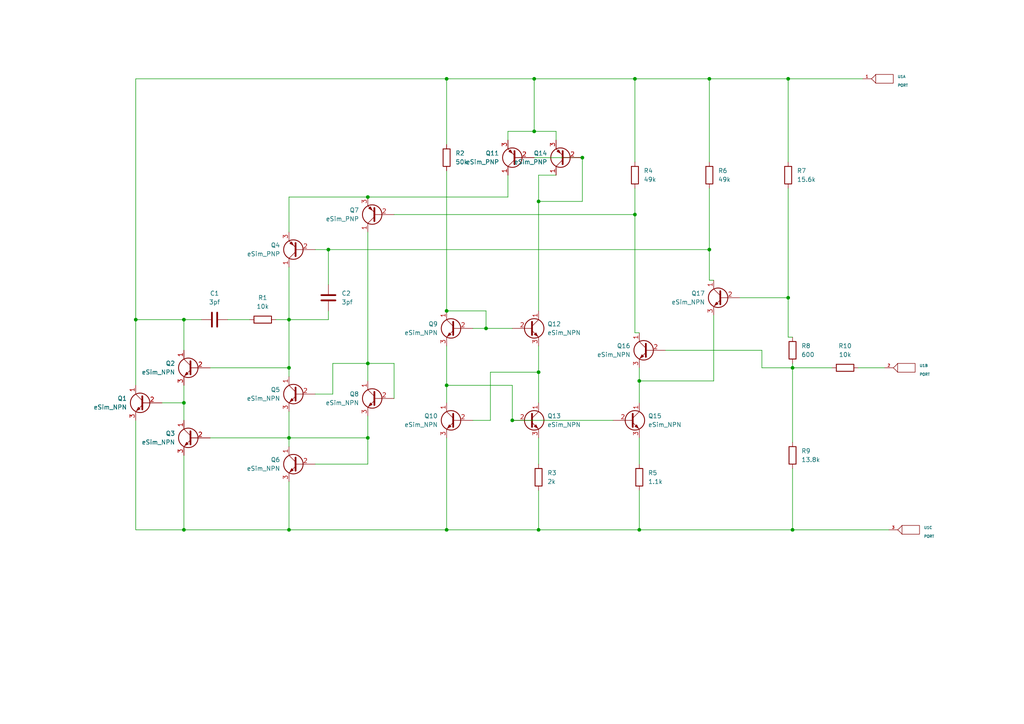
<source format=kicad_sch>
(kicad_sch (version 20211123) (generator eeschema)

  (uuid 1bfda5fa-7494-4305-bd1e-0c238332be69)

  (paper "A4")

  (lib_symbols
    (symbol "eSim_Devices:capacitor" (pin_numbers hide) (pin_names (offset 0.254)) (in_bom yes) (on_board yes)
      (property "Reference" "C" (id 0) (at 0.635 2.54 0)
        (effects (font (size 1.27 1.27)) (justify left))
      )
      (property "Value" "capacitor" (id 1) (at 0.635 -2.54 0)
        (effects (font (size 1.27 1.27)) (justify left))
      )
      (property "Footprint" "" (id 2) (at 0.9652 -3.81 0)
        (effects (font (size 0.762 0.762)))
      )
      (property "Datasheet" "" (id 3) (at 0 0 0)
        (effects (font (size 1.524 1.524)))
      )
      (property "ki_fp_filters" "C_*" (id 4) (at 0 0 0)
        (effects (font (size 1.27 1.27)) hide)
      )
      (symbol "capacitor_0_1"
        (polyline
          (pts
            (xy -2.032 -0.762)
            (xy 2.032 -0.762)
          )
          (stroke (width 0.508) (type default) (color 0 0 0 0))
          (fill (type none))
        )
        (polyline
          (pts
            (xy -2.032 0.762)
            (xy 2.032 0.762)
          )
          (stroke (width 0.508) (type default) (color 0 0 0 0))
          (fill (type none))
        )
      )
      (symbol "capacitor_1_1"
        (pin passive line (at 0 3.81 270) (length 2.794)
          (name "~" (effects (font (size 1.016 1.016))))
          (number "1" (effects (font (size 1.016 1.016))))
        )
        (pin passive line (at 0 -3.81 90) (length 2.794)
          (name "~" (effects (font (size 1.016 1.016))))
          (number "2" (effects (font (size 1.016 1.016))))
        )
      )
    )
    (symbol "eSim_Devices:eSim_NPN" (pin_names (offset 0) hide) (in_bom yes) (on_board yes)
      (property "Reference" "Q" (id 0) (at -2.54 1.27 0)
        (effects (font (size 1.27 1.27)) (justify right))
      )
      (property "Value" "eSim_NPN" (id 1) (at -1.27 3.81 0)
        (effects (font (size 1.27 1.27)) (justify right))
      )
      (property "Footprint" "" (id 2) (at 5.08 2.54 0)
        (effects (font (size 0.7366 0.7366)))
      )
      (property "Datasheet" "" (id 3) (at 0 0 0)
        (effects (font (size 1.524 1.524)))
      )
      (symbol "eSim_NPN_0_1"
        (polyline
          (pts
            (xy 0.635 0.635)
            (xy 2.54 2.54)
          )
          (stroke (width 0) (type default) (color 0 0 0 0))
          (fill (type none))
        )
        (polyline
          (pts
            (xy 0.635 -0.635)
            (xy 2.54 -2.54)
            (xy 2.54 -2.54)
          )
          (stroke (width 0) (type default) (color 0 0 0 0))
          (fill (type none))
        )
        (polyline
          (pts
            (xy 0.635 1.905)
            (xy 0.635 -1.905)
            (xy 0.635 -1.905)
          )
          (stroke (width 0.508) (type default) (color 0 0 0 0))
          (fill (type none))
        )
        (polyline
          (pts
            (xy 1.27 -1.778)
            (xy 1.778 -1.27)
            (xy 2.286 -2.286)
            (xy 1.27 -1.778)
            (xy 1.27 -1.778)
          )
          (stroke (width 0) (type default) (color 0 0 0 0))
          (fill (type outline))
        )
        (circle (center 1.27 0) (radius 2.8194)
          (stroke (width 0.254) (type default) (color 0 0 0 0))
          (fill (type none))
        )
      )
      (symbol "eSim_NPN_1_1"
        (pin passive line (at 2.54 5.08 270) (length 2.54)
          (name "C" (effects (font (size 1.27 1.27))))
          (number "1" (effects (font (size 1.27 1.27))))
        )
        (pin passive line (at -5.08 0 0) (length 5.715)
          (name "B" (effects (font (size 1.27 1.27))))
          (number "2" (effects (font (size 1.27 1.27))))
        )
        (pin passive line (at 2.54 -5.08 90) (length 2.54)
          (name "E" (effects (font (size 1.27 1.27))))
          (number "3" (effects (font (size 1.27 1.27))))
        )
      )
    )
    (symbol "eSim_Devices:eSim_PNP" (pin_names (offset 0) hide) (in_bom yes) (on_board yes)
      (property "Reference" "Q" (id 0) (at -2.54 1.27 0)
        (effects (font (size 1.27 1.27)) (justify right))
      )
      (property "Value" "eSim_PNP" (id 1) (at -1.27 3.81 0)
        (effects (font (size 1.27 1.27)) (justify right))
      )
      (property "Footprint" "" (id 2) (at 5.08 2.54 0)
        (effects (font (size 0.7366 0.7366)))
      )
      (property "Datasheet" "" (id 3) (at 0 0 0)
        (effects (font (size 1.524 1.524)))
      )
      (symbol "eSim_PNP_0_1"
        (polyline
          (pts
            (xy 0.635 0.635)
            (xy 2.54 2.54)
          )
          (stroke (width 0) (type default) (color 0 0 0 0))
          (fill (type none))
        )
        (polyline
          (pts
            (xy 0.635 -0.635)
            (xy 2.54 -2.54)
            (xy 2.54 -2.54)
          )
          (stroke (width 0) (type default) (color 0 0 0 0))
          (fill (type none))
        )
        (polyline
          (pts
            (xy 0.635 1.905)
            (xy 0.635 -1.905)
            (xy 0.635 -1.905)
          )
          (stroke (width 0.508) (type default) (color 0 0 0 0))
          (fill (type none))
        )
        (polyline
          (pts
            (xy 2.286 -1.778)
            (xy 1.778 -2.286)
            (xy 1.27 -1.27)
            (xy 2.286 -1.778)
            (xy 2.286 -1.778)
          )
          (stroke (width 0) (type default) (color 0 0 0 0))
          (fill (type outline))
        )
        (circle (center 1.27 0) (radius 2.8194)
          (stroke (width 0.254) (type default) (color 0 0 0 0))
          (fill (type none))
        )
      )
      (symbol "eSim_PNP_1_1"
        (pin passive line (at 2.54 5.08 270) (length 2.54)
          (name "C" (effects (font (size 1.27 1.27))))
          (number "1" (effects (font (size 1.27 1.27))))
        )
        (pin passive line (at -5.08 0 0) (length 5.715)
          (name "B" (effects (font (size 1.27 1.27))))
          (number "2" (effects (font (size 1.27 1.27))))
        )
        (pin passive line (at 2.54 -5.08 90) (length 2.54)
          (name "E" (effects (font (size 1.27 1.27))))
          (number "3" (effects (font (size 1.27 1.27))))
        )
      )
    )
    (symbol "eSim_Devices:resistor" (pin_numbers hide) (pin_names (offset 0)) (in_bom yes) (on_board yes)
      (property "Reference" "R" (id 0) (at 1.27 3.302 0)
        (effects (font (size 1.27 1.27)))
      )
      (property "Value" "resistor" (id 1) (at 1.27 -1.27 0)
        (effects (font (size 1.27 1.27)))
      )
      (property "Footprint" "" (id 2) (at 1.27 -0.508 0)
        (effects (font (size 0.762 0.762)))
      )
      (property "Datasheet" "" (id 3) (at 1.27 1.27 90)
        (effects (font (size 0.762 0.762)))
      )
      (property "ki_fp_filters" "R_* Resistor_*" (id 4) (at 0 0 0)
        (effects (font (size 1.27 1.27)) hide)
      )
      (symbol "resistor_0_1"
        (rectangle (start 3.81 0.254) (end -1.27 2.286)
          (stroke (width 0.254) (type default) (color 0 0 0 0))
          (fill (type none))
        )
      )
      (symbol "resistor_1_1"
        (pin passive line (at -2.54 1.27 0) (length 1.27)
          (name "~" (effects (font (size 1.524 1.524))))
          (number "1" (effects (font (size 1.524 1.524))))
        )
        (pin passive line (at 5.08 1.27 180) (length 1.27)
          (name "~" (effects (font (size 1.524 1.524))))
          (number "2" (effects (font (size 1.524 1.524))))
        )
      )
    )
    (symbol "eSim_Miscellaneous:PORT" (pin_names (offset 1.016)) (in_bom yes) (on_board yes)
      (property "Reference" "U" (id 0) (at 1.27 2.54 0)
        (effects (font (size 0.762 0.762)))
      )
      (property "Value" "PORT" (id 1) (at 0 0 0)
        (effects (font (size 0.762 0.762)))
      )
      (property "Footprint" "" (id 2) (at 0 0 0)
        (effects (font (size 1.524 1.524)))
      )
      (property "Datasheet" "" (id 3) (at 0 0 0)
        (effects (font (size 1.524 1.524)))
      )
      (symbol "PORT_0_1"
        (rectangle (start -2.54 1.27) (end 2.54 -1.27)
          (stroke (width 0) (type default) (color 0 0 0 0))
          (fill (type none))
        )
        (arc (start 2.54 1.27) (mid 3.1355 0.5955) (end 3.81 0)
          (stroke (width 0) (type default) (color 0 0 0 0))
          (fill (type none))
        )
        (arc (start 3.81 0) (mid 3.1447 -0.6046) (end 2.54 -1.27)
          (stroke (width 0) (type default) (color 0 0 0 0))
          (fill (type none))
        )
      )
      (symbol "PORT_1_1"
        (pin bidirectional line (at 6.35 0 180) (length 2.54)
          (name "~" (effects (font (size 0.762 0.762))))
          (number "1" (effects (font (size 0.762 0.762))))
        )
      )
      (symbol "PORT_2_1"
        (pin bidirectional line (at 6.35 0 180) (length 2.54)
          (name "~" (effects (font (size 0.762 0.762))))
          (number "2" (effects (font (size 0.762 0.762))))
        )
      )
      (symbol "PORT_3_1"
        (pin bidirectional line (at 6.35 0 180) (length 2.54)
          (name "~" (effects (font (size 0.762 0.762))))
          (number "3" (effects (font (size 0.762 0.762))))
        )
      )
      (symbol "PORT_4_1"
        (pin bidirectional line (at 6.35 0 180) (length 2.54)
          (name "~" (effects (font (size 0.762 0.762))))
          (number "4" (effects (font (size 0.762 0.762))))
        )
      )
      (symbol "PORT_5_1"
        (pin bidirectional line (at 6.35 0 180) (length 2.54)
          (name "~" (effects (font (size 0.762 0.762))))
          (number "5" (effects (font (size 0.762 0.762))))
        )
      )
      (symbol "PORT_6_1"
        (pin bidirectional line (at 6.35 0 180) (length 2.54)
          (name "~" (effects (font (size 0.762 0.762))))
          (number "6" (effects (font (size 0.762 0.762))))
        )
      )
      (symbol "PORT_7_1"
        (pin bidirectional line (at 6.35 0 180) (length 2.54)
          (name "~" (effects (font (size 0.762 0.762))))
          (number "7" (effects (font (size 0.762 0.762))))
        )
      )
      (symbol "PORT_8_1"
        (pin bidirectional line (at 6.35 0 180) (length 2.54)
          (name "~" (effects (font (size 0.762 0.762))))
          (number "8" (effects (font (size 0.762 0.762))))
        )
      )
      (symbol "PORT_9_1"
        (pin bidirectional line (at 6.35 0 180) (length 2.54)
          (name "~" (effects (font (size 0.762 0.762))))
          (number "9" (effects (font (size 0.762 0.762))))
        )
      )
      (symbol "PORT_10_1"
        (pin bidirectional line (at 6.35 0 180) (length 2.54)
          (name "~" (effects (font (size 0.762 0.762))))
          (number "10" (effects (font (size 0.762 0.762))))
        )
      )
      (symbol "PORT_11_1"
        (pin bidirectional line (at 6.35 0 180) (length 2.54)
          (name "~" (effects (font (size 0.762 0.762))))
          (number "11" (effects (font (size 0.762 0.762))))
        )
      )
      (symbol "PORT_12_1"
        (pin bidirectional line (at 6.35 0 180) (length 2.54)
          (name "~" (effects (font (size 0.762 0.762))))
          (number "12" (effects (font (size 0.762 0.762))))
        )
      )
      (symbol "PORT_13_1"
        (pin bidirectional line (at 6.35 0 180) (length 2.54)
          (name "~" (effects (font (size 0.762 0.762))))
          (number "13" (effects (font (size 0.762 0.762))))
        )
      )
      (symbol "PORT_14_1"
        (pin bidirectional line (at 6.35 0 180) (length 2.54)
          (name "~" (effects (font (size 0.762 0.762))))
          (number "14" (effects (font (size 0.762 0.762))))
        )
      )
      (symbol "PORT_15_1"
        (pin bidirectional line (at 6.35 0 180) (length 2.54)
          (name "~" (effects (font (size 0.762 0.762))))
          (number "15" (effects (font (size 0.762 0.762))))
        )
      )
      (symbol "PORT_16_1"
        (pin bidirectional line (at 6.35 0 180) (length 2.54)
          (name "~" (effects (font (size 0.762 0.762))))
          (number "16" (effects (font (size 0.762 0.762))))
        )
      )
      (symbol "PORT_17_1"
        (pin bidirectional line (at 6.35 0 180) (length 2.54)
          (name "~" (effects (font (size 0.762 0.762))))
          (number "17" (effects (font (size 0.762 0.762))))
        )
      )
      (symbol "PORT_18_1"
        (pin bidirectional line (at 6.35 0 180) (length 2.54)
          (name "~" (effects (font (size 0.762 0.762))))
          (number "18" (effects (font (size 0.762 0.762))))
        )
      )
      (symbol "PORT_19_1"
        (pin bidirectional line (at 6.35 0 180) (length 2.54)
          (name "~" (effects (font (size 0.762 0.762))))
          (number "19" (effects (font (size 0.762 0.762))))
        )
      )
      (symbol "PORT_20_1"
        (pin bidirectional line (at 6.35 0 180) (length 2.54)
          (name "~" (effects (font (size 0.762 0.762))))
          (number "20" (effects (font (size 0.762 0.762))))
        )
      )
      (symbol "PORT_21_1"
        (pin bidirectional line (at 6.35 0 180) (length 2.54)
          (name "~" (effects (font (size 0.762 0.762))))
          (number "21" (effects (font (size 0.762 0.762))))
        )
      )
      (symbol "PORT_22_1"
        (pin bidirectional line (at 6.35 0 180) (length 2.54)
          (name "~" (effects (font (size 0.762 0.762))))
          (number "22" (effects (font (size 0.762 0.762))))
        )
      )
      (symbol "PORT_23_1"
        (pin bidirectional line (at 6.35 0 180) (length 2.54)
          (name "~" (effects (font (size 0.762 0.762))))
          (number "23" (effects (font (size 0.762 0.762))))
        )
      )
      (symbol "PORT_24_1"
        (pin bidirectional line (at 6.35 0 180) (length 2.54)
          (name "~" (effects (font (size 0.762 0.762))))
          (number "24" (effects (font (size 0.762 0.762))))
        )
      )
      (symbol "PORT_25_1"
        (pin bidirectional line (at 6.35 0 180) (length 2.54)
          (name "~" (effects (font (size 0.762 0.762))))
          (number "25" (effects (font (size 0.762 0.762))))
        )
      )
      (symbol "PORT_26_1"
        (pin bidirectional line (at 6.35 0 180) (length 2.54)
          (name "~" (effects (font (size 0.762 0.762))))
          (number "26" (effects (font (size 0.762 0.762))))
        )
      )
    )
  )

  (junction (at 228.6 86.36) (diameter 0) (color 0 0 0 0)
    (uuid 02f8d293-81ae-4b57-a0e6-25a3815291b2)
  )
  (junction (at 228.6 22.86) (diameter 0) (color 0 0 0 0)
    (uuid 0b7e8b92-61aa-45b5-a65e-10e7e25f6211)
  )
  (junction (at 205.74 22.86) (diameter 0) (color 0 0 0 0)
    (uuid 0fb9ba67-591f-498e-a43e-da134982ccb3)
  )
  (junction (at 205.74 72.39) (diameter 0) (color 0 0 0 0)
    (uuid 1ad11c9b-b7f8-4b26-8282-50a3876ae6cd)
  )
  (junction (at 106.68 105.41) (diameter 0) (color 0 0 0 0)
    (uuid 341081ab-6d4b-41fb-a344-9afceb4134e5)
  )
  (junction (at 148.59 121.92) (diameter 0) (color 0 0 0 0)
    (uuid 3a245d1e-189d-4c88-89f7-1033b3ab76b8)
  )
  (junction (at 83.82 92.71) (diameter 0) (color 0 0 0 0)
    (uuid 3d0207c9-2773-4374-b370-cff453705dac)
  )
  (junction (at 156.21 107.95) (diameter 0) (color 0 0 0 0)
    (uuid 4364574d-6255-474f-88f8-d09e12445959)
  )
  (junction (at 156.21 153.67) (diameter 0) (color 0 0 0 0)
    (uuid 45cd5041-b9b6-4fb2-9346-706c52e6405c)
  )
  (junction (at 156.21 58.42) (diameter 0) (color 0 0 0 0)
    (uuid 5033aee5-fef2-48d3-8738-e75970190fc0)
  )
  (junction (at 185.42 153.67) (diameter 0) (color 0 0 0 0)
    (uuid 54023b40-1e94-4ba1-a636-c4e1dafd50e8)
  )
  (junction (at 129.54 22.86) (diameter 0) (color 0 0 0 0)
    (uuid 60e2acef-1ae8-440c-a0b6-806b74445763)
  )
  (junction (at 168.91 45.72) (diameter 0) (color 0 0 0 0)
    (uuid 653ad63b-c281-4c03-88d1-2ceeae5075bf)
  )
  (junction (at 83.82 127) (diameter 0) (color 0 0 0 0)
    (uuid 669391b2-6406-4fe9-9acc-0e478338e177)
  )
  (junction (at 106.68 127) (diameter 0) (color 0 0 0 0)
    (uuid 7585b829-4e39-4ae8-8240-d93f2c942fb5)
  )
  (junction (at 106.68 57.15) (diameter 0) (color 0 0 0 0)
    (uuid 7c23c845-df0c-48a4-b358-c30f29480ba8)
  )
  (junction (at 83.82 106.68) (diameter 0) (color 0 0 0 0)
    (uuid 7f905668-4878-44fa-a364-c6783e0d038b)
  )
  (junction (at 229.87 153.67) (diameter 0) (color 0 0 0 0)
    (uuid 803c7b2f-2f67-48c9-960a-b730678b147e)
  )
  (junction (at 95.25 72.39) (diameter 0) (color 0 0 0 0)
    (uuid 82d467c3-621d-4c12-bd94-0ba846ff68ae)
  )
  (junction (at 39.37 92.71) (diameter 0) (color 0 0 0 0)
    (uuid 8391bf5f-7fc5-46cf-a466-8b63802434ca)
  )
  (junction (at 129.54 153.67) (diameter 0) (color 0 0 0 0)
    (uuid 879e63c5-f895-4fa5-bcf1-f2df79e781fa)
  )
  (junction (at 229.87 106.68) (diameter 0) (color 0 0 0 0)
    (uuid 8c5f5465-f17d-46dd-9b79-753213fe58fa)
  )
  (junction (at 53.34 153.67) (diameter 0) (color 0 0 0 0)
    (uuid 9be82843-81d7-4fec-8067-91a259c90fd3)
  )
  (junction (at 129.54 111.76) (diameter 0) (color 0 0 0 0)
    (uuid a7827258-59ef-47ff-beaa-d58370e33083)
  )
  (junction (at 154.94 38.1) (diameter 0) (color 0 0 0 0)
    (uuid a8c37997-9fa0-4a25-a08c-9076b6d6492f)
  )
  (junction (at 184.15 62.23) (diameter 0) (color 0 0 0 0)
    (uuid aa1c8cb4-b23a-4286-b90b-6f0ba603f5ba)
  )
  (junction (at 184.15 22.86) (diameter 0) (color 0 0 0 0)
    (uuid aa1e599c-48f3-48d5-aa62-dfcb223311c1)
  )
  (junction (at 140.97 95.25) (diameter 0) (color 0 0 0 0)
    (uuid aecc47d3-3ca6-4e04-a26a-7689dc010c4f)
  )
  (junction (at 154.94 22.86) (diameter 0) (color 0 0 0 0)
    (uuid b33a2f47-3477-4465-9e04-cef18f69d823)
  )
  (junction (at 129.54 90.17) (diameter 0) (color 0 0 0 0)
    (uuid bf4cc62a-a73c-4a03-aeed-531c7665af4e)
  )
  (junction (at 185.42 110.49) (diameter 0) (color 0 0 0 0)
    (uuid d065d745-c8da-4fe5-880b-ceb2144ccfa7)
  )
  (junction (at 53.34 92.71) (diameter 0) (color 0 0 0 0)
    (uuid e2134016-0165-4b95-a6e5-0f2da5ab379f)
  )
  (junction (at 83.82 153.67) (diameter 0) (color 0 0 0 0)
    (uuid e3aee4c0-29db-4781-8aae-50e9f7085fc6)
  )
  (junction (at 53.34 116.84) (diameter 0) (color 0 0 0 0)
    (uuid e61f98df-b0d9-48d4-a591-29fa211b0978)
  )

  (wire (pts (xy 205.74 54.61) (xy 205.74 72.39))
    (stroke (width 0) (type default) (color 0 0 0 0))
    (uuid 000665a0-ca3c-4c41-995e-18d0d16fc795)
  )
  (wire (pts (xy 83.82 153.67) (xy 129.54 153.67))
    (stroke (width 0) (type default) (color 0 0 0 0))
    (uuid 0508d7fc-1021-4200-bf6e-622af3bcb9b1)
  )
  (wire (pts (xy 205.74 22.86) (xy 228.6 22.86))
    (stroke (width 0) (type default) (color 0 0 0 0))
    (uuid 0b568f35-af1f-4022-9b0d-cef768d309c7)
  )
  (wire (pts (xy 147.32 38.1) (xy 154.94 38.1))
    (stroke (width 0) (type default) (color 0 0 0 0))
    (uuid 0d8a768c-77c6-4fb6-9867-b485b2e3829e)
  )
  (wire (pts (xy 39.37 22.86) (xy 129.54 22.86))
    (stroke (width 0) (type default) (color 0 0 0 0))
    (uuid 0e2ab730-f96a-442c-bb53-bba958eba744)
  )
  (wire (pts (xy 229.87 153.67) (xy 257.81 153.67))
    (stroke (width 0) (type default) (color 0 0 0 0))
    (uuid 1064994c-7ccf-4928-859f-17edbcd6b8bc)
  )
  (wire (pts (xy 60.96 106.68) (xy 83.82 106.68))
    (stroke (width 0) (type default) (color 0 0 0 0))
    (uuid 10f37adf-3f18-4a12-83d0-b60b85ddd134)
  )
  (wire (pts (xy 220.98 101.6) (xy 220.98 106.68))
    (stroke (width 0) (type default) (color 0 0 0 0))
    (uuid 1378d6f7-990d-4d56-a576-cbf0f9bf4150)
  )
  (wire (pts (xy 229.87 106.68) (xy 229.87 128.27))
    (stroke (width 0) (type default) (color 0 0 0 0))
    (uuid 137bc422-a789-49ac-ae89-8346452b2883)
  )
  (wire (pts (xy 137.16 95.25) (xy 140.97 95.25))
    (stroke (width 0) (type default) (color 0 0 0 0))
    (uuid 151666f7-350a-4b24-ba07-17f0ebeabcef)
  )
  (wire (pts (xy 184.15 22.86) (xy 184.15 46.99))
    (stroke (width 0) (type default) (color 0 0 0 0))
    (uuid 157878f7-69c7-4746-8c56-35c9d2bf04ec)
  )
  (wire (pts (xy 185.42 153.67) (xy 229.87 153.67))
    (stroke (width 0) (type default) (color 0 0 0 0))
    (uuid 1ec5176f-4f3e-4a36-bc9a-fe8dacd9aa21)
  )
  (wire (pts (xy 185.42 142.24) (xy 185.42 153.67))
    (stroke (width 0) (type default) (color 0 0 0 0))
    (uuid 1f061752-3bb8-4d8f-9223-3c92a85311b7)
  )
  (wire (pts (xy 46.99 116.84) (xy 53.34 116.84))
    (stroke (width 0) (type default) (color 0 0 0 0))
    (uuid 2125feed-8083-4302-9c61-107c9a770551)
  )
  (wire (pts (xy 114.3 62.23) (xy 184.15 62.23))
    (stroke (width 0) (type default) (color 0 0 0 0))
    (uuid 226ebb84-1867-4145-9c5f-4c029b909b45)
  )
  (wire (pts (xy 228.6 22.86) (xy 228.6 46.99))
    (stroke (width 0) (type default) (color 0 0 0 0))
    (uuid 263270d8-67cc-43dc-bdb6-944351e406ad)
  )
  (wire (pts (xy 161.29 38.1) (xy 161.29 40.64))
    (stroke (width 0) (type default) (color 0 0 0 0))
    (uuid 272cee94-9250-47cd-8de5-542e58531399)
  )
  (wire (pts (xy 214.63 86.36) (xy 228.6 86.36))
    (stroke (width 0) (type default) (color 0 0 0 0))
    (uuid 2971dc8f-cf79-4848-b274-d4206451d00d)
  )
  (wire (pts (xy 53.34 116.84) (xy 53.34 121.92))
    (stroke (width 0) (type default) (color 0 0 0 0))
    (uuid 2df31cea-2cda-4a96-89c1-54cc37ff4f80)
  )
  (wire (pts (xy 129.54 111.76) (xy 129.54 116.84))
    (stroke (width 0) (type default) (color 0 0 0 0))
    (uuid 2e1841ce-38d6-4f54-9eed-1e2e7232947d)
  )
  (wire (pts (xy 80.01 92.71) (xy 83.82 92.71))
    (stroke (width 0) (type default) (color 0 0 0 0))
    (uuid 2f419926-f434-4597-b82f-c8dfc98ff136)
  )
  (wire (pts (xy 95.25 72.39) (xy 205.74 72.39))
    (stroke (width 0) (type default) (color 0 0 0 0))
    (uuid 2f67aeda-4c58-430d-bd4d-0f03ff3a0976)
  )
  (wire (pts (xy 129.54 22.86) (xy 129.54 41.91))
    (stroke (width 0) (type default) (color 0 0 0 0))
    (uuid 318cb884-b2e4-4fd9-950c-3016f0901ef4)
  )
  (wire (pts (xy 156.21 100.33) (xy 156.21 107.95))
    (stroke (width 0) (type default) (color 0 0 0 0))
    (uuid 31c71f40-b8a9-40a3-bae9-89e367d42def)
  )
  (wire (pts (xy 129.54 22.86) (xy 154.94 22.86))
    (stroke (width 0) (type default) (color 0 0 0 0))
    (uuid 357c5865-2996-46fb-a3b5-98c52966c85c)
  )
  (wire (pts (xy 228.6 22.86) (xy 250.19 22.86))
    (stroke (width 0) (type default) (color 0 0 0 0))
    (uuid 35d964fd-07ce-4d9b-ad2d-8eb1d89f722f)
  )
  (wire (pts (xy 95.25 72.39) (xy 95.25 82.55))
    (stroke (width 0) (type default) (color 0 0 0 0))
    (uuid 3643fd0b-b5c0-4530-b92d-305ecbb1a4e8)
  )
  (wire (pts (xy 185.42 110.49) (xy 185.42 116.84))
    (stroke (width 0) (type default) (color 0 0 0 0))
    (uuid 36f0332b-6679-4b80-b0f4-826bc87f20be)
  )
  (wire (pts (xy 96.52 114.3) (xy 96.52 105.41))
    (stroke (width 0) (type default) (color 0 0 0 0))
    (uuid 47d7e070-4f50-4e44-ac3f-a56810a4fae4)
  )
  (wire (pts (xy 147.32 57.15) (xy 147.32 50.8))
    (stroke (width 0) (type default) (color 0 0 0 0))
    (uuid 49c6b89c-fea9-4618-bae5-a9a72e35e525)
  )
  (wire (pts (xy 148.59 111.76) (xy 129.54 111.76))
    (stroke (width 0) (type default) (color 0 0 0 0))
    (uuid 513f0b6b-0015-4503-b4b6-f56636b0e01b)
  )
  (wire (pts (xy 83.82 92.71) (xy 83.82 106.68))
    (stroke (width 0) (type default) (color 0 0 0 0))
    (uuid 51c7bcd4-953c-45b3-add1-12c1c286b804)
  )
  (wire (pts (xy 142.24 121.92) (xy 142.24 107.95))
    (stroke (width 0) (type default) (color 0 0 0 0))
    (uuid 51c8d899-61fa-41e1-b0cd-65ed3d28c2b9)
  )
  (wire (pts (xy 83.82 92.71) (xy 95.25 92.71))
    (stroke (width 0) (type default) (color 0 0 0 0))
    (uuid 553449b8-410c-48c3-8b6a-c4e741f15501)
  )
  (wire (pts (xy 140.97 90.17) (xy 140.97 95.25))
    (stroke (width 0) (type default) (color 0 0 0 0))
    (uuid 55bc76d4-10df-409e-912b-1563c6d776fb)
  )
  (wire (pts (xy 140.97 95.25) (xy 148.59 95.25))
    (stroke (width 0) (type default) (color 0 0 0 0))
    (uuid 585bea58-2047-45ac-beaf-f2cd7ada231d)
  )
  (wire (pts (xy 83.82 67.31) (xy 83.82 57.15))
    (stroke (width 0) (type default) (color 0 0 0 0))
    (uuid 5c2311f3-e17d-4714-84e7-2cb65fc58a71)
  )
  (wire (pts (xy 129.54 100.33) (xy 129.54 111.76))
    (stroke (width 0) (type default) (color 0 0 0 0))
    (uuid 5d84fe18-6e3f-4a86-99ad-58fdd64e5b99)
  )
  (wire (pts (xy 83.82 57.15) (xy 106.68 57.15))
    (stroke (width 0) (type default) (color 0 0 0 0))
    (uuid 5e42aaaf-e10f-4eff-b26d-d7587801b99f)
  )
  (wire (pts (xy 83.82 77.47) (xy 83.82 92.71))
    (stroke (width 0) (type default) (color 0 0 0 0))
    (uuid 6000e3a6-6d79-4210-a6a6-bfe1ee22f56b)
  )
  (wire (pts (xy 39.37 121.92) (xy 39.37 153.67))
    (stroke (width 0) (type default) (color 0 0 0 0))
    (uuid 60dd4662-835a-436e-8d74-f52b18c92d16)
  )
  (wire (pts (xy 53.34 153.67) (xy 83.82 153.67))
    (stroke (width 0) (type default) (color 0 0 0 0))
    (uuid 6e1b18d6-e808-4d5d-9f2a-4cd05642bf33)
  )
  (wire (pts (xy 156.21 107.95) (xy 156.21 116.84))
    (stroke (width 0) (type default) (color 0 0 0 0))
    (uuid 7201c8f8-8802-4bf7-83e7-3b2c45fa3f63)
  )
  (wire (pts (xy 154.94 22.86) (xy 184.15 22.86))
    (stroke (width 0) (type default) (color 0 0 0 0))
    (uuid 76a49516-2777-4dac-a76b-34fad1811f18)
  )
  (wire (pts (xy 168.91 58.42) (xy 156.21 58.42))
    (stroke (width 0) (type default) (color 0 0 0 0))
    (uuid 7fea59d2-7b53-421a-9d58-45981378e2df)
  )
  (wire (pts (xy 129.54 153.67) (xy 156.21 153.67))
    (stroke (width 0) (type default) (color 0 0 0 0))
    (uuid 80d07299-fb37-40c5-82d0-823807eec705)
  )
  (wire (pts (xy 83.82 127) (xy 83.82 129.54))
    (stroke (width 0) (type default) (color 0 0 0 0))
    (uuid 811b65d0-60a4-48ce-8abe-d04c27eae351)
  )
  (wire (pts (xy 228.6 54.61) (xy 228.6 86.36))
    (stroke (width 0) (type default) (color 0 0 0 0))
    (uuid 8348d783-ed0e-41ff-9861-eb99dbc94f81)
  )
  (wire (pts (xy 156.21 90.17) (xy 156.21 58.42))
    (stroke (width 0) (type default) (color 0 0 0 0))
    (uuid 836dffc4-c620-474f-bdeb-fa9ad7d64549)
  )
  (wire (pts (xy 39.37 92.71) (xy 39.37 111.76))
    (stroke (width 0) (type default) (color 0 0 0 0))
    (uuid 8447d3c3-8f8b-4d76-9c13-0ccbcc5cf95c)
  )
  (wire (pts (xy 142.24 107.95) (xy 156.21 107.95))
    (stroke (width 0) (type default) (color 0 0 0 0))
    (uuid 89741fef-7945-4fd6-a07c-32ee66f7f8fc)
  )
  (wire (pts (xy 53.34 111.76) (xy 53.34 116.84))
    (stroke (width 0) (type default) (color 0 0 0 0))
    (uuid 898a054e-1b9f-48d0-8d63-f0ce7f193c90)
  )
  (wire (pts (xy 106.68 57.15) (xy 147.32 57.15))
    (stroke (width 0) (type default) (color 0 0 0 0))
    (uuid 8ab8c446-9b75-4a3d-a190-3c13668c4301)
  )
  (wire (pts (xy 66.04 92.71) (xy 72.39 92.71))
    (stroke (width 0) (type default) (color 0 0 0 0))
    (uuid 8b0318a2-f371-4cd4-8212-8da742e82a7d)
  )
  (wire (pts (xy 83.82 127) (xy 106.68 127))
    (stroke (width 0) (type default) (color 0 0 0 0))
    (uuid 8c28cb8d-7a90-498f-a13f-41c3966dd92f)
  )
  (wire (pts (xy 83.82 106.68) (xy 83.82 109.22))
    (stroke (width 0) (type default) (color 0 0 0 0))
    (uuid 8d065efc-fd98-400b-85d7-9c5332d42d0b)
  )
  (wire (pts (xy 83.82 139.7) (xy 83.82 153.67))
    (stroke (width 0) (type default) (color 0 0 0 0))
    (uuid 8ea770f8-88c6-423d-a90c-860d3a061946)
  )
  (wire (pts (xy 53.34 92.71) (xy 39.37 92.71))
    (stroke (width 0) (type default) (color 0 0 0 0))
    (uuid 91c42236-3e21-4e0c-b672-50649763e55d)
  )
  (wire (pts (xy 39.37 92.71) (xy 39.37 22.86))
    (stroke (width 0) (type default) (color 0 0 0 0))
    (uuid 91ccdc99-3151-438d-b859-3e8b96b9f52d)
  )
  (wire (pts (xy 156.21 50.8) (xy 161.29 50.8))
    (stroke (width 0) (type default) (color 0 0 0 0))
    (uuid 93d6a105-2bb3-4030-acef-d20414af5029)
  )
  (wire (pts (xy 156.21 153.67) (xy 185.42 153.67))
    (stroke (width 0) (type default) (color 0 0 0 0))
    (uuid 95d23e90-185a-48f9-ad28-59255b603d9d)
  )
  (wire (pts (xy 168.91 45.72) (xy 168.91 58.42))
    (stroke (width 0) (type default) (color 0 0 0 0))
    (uuid 98124623-cf46-431c-be08-a1cad04961ef)
  )
  (wire (pts (xy 228.6 97.79) (xy 229.87 97.79))
    (stroke (width 0) (type default) (color 0 0 0 0))
    (uuid 988bb07f-58d0-4e74-8e83-f25725aef1c4)
  )
  (wire (pts (xy 129.54 90.17) (xy 140.97 90.17))
    (stroke (width 0) (type default) (color 0 0 0 0))
    (uuid 9942336f-225d-4327-affd-7654eab2abaa)
  )
  (wire (pts (xy 229.87 106.68) (xy 241.3 106.68))
    (stroke (width 0) (type default) (color 0 0 0 0))
    (uuid 9bb3f453-af00-4d6d-b940-42b948f5db77)
  )
  (wire (pts (xy 106.68 67.31) (xy 106.68 105.41))
    (stroke (width 0) (type default) (color 0 0 0 0))
    (uuid ac6dac67-e26b-4e2d-8a59-9b42cd018bd3)
  )
  (wire (pts (xy 147.32 40.64) (xy 147.32 38.1))
    (stroke (width 0) (type default) (color 0 0 0 0))
    (uuid acfdf96a-ea02-44ad-8da5-5b16c295b89a)
  )
  (wire (pts (xy 184.15 96.52) (xy 185.42 96.52))
    (stroke (width 0) (type default) (color 0 0 0 0))
    (uuid b390fa6c-8f24-41b0-bcc9-6f242259641d)
  )
  (wire (pts (xy 137.16 121.92) (xy 142.24 121.92))
    (stroke (width 0) (type default) (color 0 0 0 0))
    (uuid b4003694-768e-4889-beaf-1c3699c6300c)
  )
  (wire (pts (xy 184.15 54.61) (xy 184.15 62.23))
    (stroke (width 0) (type default) (color 0 0 0 0))
    (uuid b5414037-f982-4f73-8337-86b52d95cfbb)
  )
  (wire (pts (xy 91.44 134.62) (xy 106.68 134.62))
    (stroke (width 0) (type default) (color 0 0 0 0))
    (uuid b6030cb6-9e07-4939-92b4-6c37d5f064f3)
  )
  (wire (pts (xy 185.42 127) (xy 185.42 134.62))
    (stroke (width 0) (type default) (color 0 0 0 0))
    (uuid bb159a92-fede-49e9-8f6c-451df6ffcdec)
  )
  (wire (pts (xy 248.92 106.68) (xy 256.54 106.68))
    (stroke (width 0) (type default) (color 0 0 0 0))
    (uuid bd91c753-a0cf-4363-8f3c-1aa3f88482f4)
  )
  (wire (pts (xy 106.68 105.41) (xy 106.68 110.49))
    (stroke (width 0) (type default) (color 0 0 0 0))
    (uuid c252f1f1-6b72-48a4-a5db-874f39a2f242)
  )
  (wire (pts (xy 154.94 38.1) (xy 161.29 38.1))
    (stroke (width 0) (type default) (color 0 0 0 0))
    (uuid c25ccca1-0e78-456e-b993-78ed42c1047c)
  )
  (wire (pts (xy 229.87 135.89) (xy 229.87 153.67))
    (stroke (width 0) (type default) (color 0 0 0 0))
    (uuid ccd99a3f-6829-411b-8388-7f932c882521)
  )
  (wire (pts (xy 53.34 132.08) (xy 53.34 153.67))
    (stroke (width 0) (type default) (color 0 0 0 0))
    (uuid cd571e13-f95a-4bbf-8727-a6fda7973a03)
  )
  (wire (pts (xy 39.37 153.67) (xy 53.34 153.67))
    (stroke (width 0) (type default) (color 0 0 0 0))
    (uuid ce88a883-aaa2-4482-a1c6-10381e2cb3ff)
  )
  (wire (pts (xy 154.94 45.72) (xy 168.91 45.72))
    (stroke (width 0) (type default) (color 0 0 0 0))
    (uuid cf9f7151-2778-4d9e-bc34-4e75d9239de6)
  )
  (wire (pts (xy 207.01 110.49) (xy 185.42 110.49))
    (stroke (width 0) (type default) (color 0 0 0 0))
    (uuid d00cc830-b6fa-469c-8f42-4db832cf22f8)
  )
  (wire (pts (xy 156.21 127) (xy 156.21 134.62))
    (stroke (width 0) (type default) (color 0 0 0 0))
    (uuid d1189041-ebb0-48ba-8995-5c8b6d13ad68)
  )
  (wire (pts (xy 95.25 92.71) (xy 95.25 90.17))
    (stroke (width 0) (type default) (color 0 0 0 0))
    (uuid d26ed603-ccce-4844-a347-4e8842869cbd)
  )
  (wire (pts (xy 83.82 119.38) (xy 83.82 127))
    (stroke (width 0) (type default) (color 0 0 0 0))
    (uuid d652f092-cda8-404e-8f20-f51b9e229f7c)
  )
  (wire (pts (xy 205.74 22.86) (xy 205.74 46.99))
    (stroke (width 0) (type default) (color 0 0 0 0))
    (uuid d81519b5-9983-4a7f-aafe-71ab72c78b3a)
  )
  (wire (pts (xy 148.59 121.92) (xy 177.8 121.92))
    (stroke (width 0) (type default) (color 0 0 0 0))
    (uuid d842ad76-4520-492b-8571-85013b968952)
  )
  (wire (pts (xy 207.01 91.44) (xy 207.01 110.49))
    (stroke (width 0) (type default) (color 0 0 0 0))
    (uuid d92b031b-2a7b-459f-9a0a-beb281d5454b)
  )
  (wire (pts (xy 228.6 86.36) (xy 228.6 97.79))
    (stroke (width 0) (type default) (color 0 0 0 0))
    (uuid db8e44eb-8b9c-4679-ae2f-36b7955485bf)
  )
  (wire (pts (xy 156.21 58.42) (xy 156.21 50.8))
    (stroke (width 0) (type default) (color 0 0 0 0))
    (uuid dba38a7d-d442-4833-9969-ca84ce40bb05)
  )
  (wire (pts (xy 106.68 105.41) (xy 114.3 105.41))
    (stroke (width 0) (type default) (color 0 0 0 0))
    (uuid dec8cd1f-116f-49a1-94ff-2ea12531da75)
  )
  (wire (pts (xy 60.96 127) (xy 83.82 127))
    (stroke (width 0) (type default) (color 0 0 0 0))
    (uuid df17dac5-fe04-438e-8400-c63d079a82ff)
  )
  (wire (pts (xy 156.21 142.24) (xy 156.21 153.67))
    (stroke (width 0) (type default) (color 0 0 0 0))
    (uuid df42bb8b-051c-4b81-8be7-1783d56dc8a1)
  )
  (wire (pts (xy 129.54 127) (xy 129.54 153.67))
    (stroke (width 0) (type default) (color 0 0 0 0))
    (uuid dfad101e-c587-42f2-b7b2-75ddd7c86c11)
  )
  (wire (pts (xy 106.68 134.62) (xy 106.68 127))
    (stroke (width 0) (type default) (color 0 0 0 0))
    (uuid e0621b1c-dc45-416f-8e18-93940d64e74b)
  )
  (wire (pts (xy 193.04 101.6) (xy 220.98 101.6))
    (stroke (width 0) (type default) (color 0 0 0 0))
    (uuid e07df827-3805-4151-9ce2-d239a95101f2)
  )
  (wire (pts (xy 91.44 72.39) (xy 95.25 72.39))
    (stroke (width 0) (type default) (color 0 0 0 0))
    (uuid e0ff382a-2ed1-467b-9cd0-c341b1428c5a)
  )
  (wire (pts (xy 148.59 121.92) (xy 148.59 111.76))
    (stroke (width 0) (type default) (color 0 0 0 0))
    (uuid e20d3dcc-ebe2-4e91-9ada-5f9501e1ed75)
  )
  (wire (pts (xy 229.87 105.41) (xy 229.87 106.68))
    (stroke (width 0) (type default) (color 0 0 0 0))
    (uuid e25273b5-e0c1-46ce-b4bd-7d9da0c0a70e)
  )
  (wire (pts (xy 185.42 106.68) (xy 185.42 110.49))
    (stroke (width 0) (type default) (color 0 0 0 0))
    (uuid e48ee028-f464-468e-9291-28e9f245834b)
  )
  (wire (pts (xy 205.74 81.28) (xy 207.01 81.28))
    (stroke (width 0) (type default) (color 0 0 0 0))
    (uuid e9d568af-560d-4dfb-b5b6-8f235fd9f9cc)
  )
  (wire (pts (xy 184.15 22.86) (xy 205.74 22.86))
    (stroke (width 0) (type default) (color 0 0 0 0))
    (uuid eb4bace6-a19c-4e07-8cbd-0d8e4bdc117d)
  )
  (wire (pts (xy 53.34 92.71) (xy 53.34 101.6))
    (stroke (width 0) (type default) (color 0 0 0 0))
    (uuid ebc59bc3-47ea-4e7b-a3b2-5a3f11c9f5b4)
  )
  (wire (pts (xy 114.3 105.41) (xy 114.3 115.57))
    (stroke (width 0) (type default) (color 0 0 0 0))
    (uuid ec4a6dc8-e992-47c4-87c0-c18c19367cb5)
  )
  (wire (pts (xy 106.68 127) (xy 106.68 120.65))
    (stroke (width 0) (type default) (color 0 0 0 0))
    (uuid eddf961c-fd47-4848-b274-2dfc6eaf3703)
  )
  (wire (pts (xy 220.98 106.68) (xy 229.87 106.68))
    (stroke (width 0) (type default) (color 0 0 0 0))
    (uuid f1aa88d7-6007-43c9-818e-82a12466a594)
  )
  (wire (pts (xy 205.74 72.39) (xy 205.74 81.28))
    (stroke (width 0) (type default) (color 0 0 0 0))
    (uuid f457b8cd-de05-459a-bce8-128de676d35f)
  )
  (wire (pts (xy 129.54 49.53) (xy 129.54 90.17))
    (stroke (width 0) (type default) (color 0 0 0 0))
    (uuid f4c83e12-e3ef-4b54-9284-112518fc95e1)
  )
  (wire (pts (xy 154.94 22.86) (xy 154.94 38.1))
    (stroke (width 0) (type default) (color 0 0 0 0))
    (uuid f9969a7b-f994-41c9-978b-c0c610815dc4)
  )
  (wire (pts (xy 53.34 92.71) (xy 58.42 92.71))
    (stroke (width 0) (type default) (color 0 0 0 0))
    (uuid fa6dcbad-1bfc-4f58-a7fe-63ed90d5faf8)
  )
  (wire (pts (xy 184.15 62.23) (xy 184.15 96.52))
    (stroke (width 0) (type default) (color 0 0 0 0))
    (uuid fabed49d-6a85-4d58-ae54-2e2a28bcc7d8)
  )
  (wire (pts (xy 91.44 114.3) (xy 96.52 114.3))
    (stroke (width 0) (type default) (color 0 0 0 0))
    (uuid fb809711-9e9b-4e8a-b610-c2acb77e67d5)
  )
  (wire (pts (xy 96.52 105.41) (xy 106.68 105.41))
    (stroke (width 0) (type default) (color 0 0 0 0))
    (uuid fd9acb9c-9f33-4dad-ad44-9440f4049c5d)
  )

  (symbol (lib_id "eSim_Devices:resistor") (at 185.42 52.07 90) (unit 1)
    (in_bom yes) (on_board yes) (fields_autoplaced)
    (uuid 00918b14-ee76-4d8d-b0bb-1b11d7b38523)
    (property "Reference" "R4" (id 0) (at 186.69 49.5299 90)
      (effects (font (size 1.27 1.27)) (justify right))
    )
    (property "Value" "49k" (id 1) (at 186.69 52.0699 90)
      (effects (font (size 1.27 1.27)) (justify right))
    )
    (property "Footprint" "" (id 2) (at 185.928 50.8 0)
      (effects (font (size 0.762 0.762)))
    )
    (property "Datasheet" "" (id 3) (at 184.15 50.8 90)
      (effects (font (size 0.762 0.762)))
    )
    (property "Spice_Primitive" "R" (id 4) (at 185.42 52.07 0)
      (effects (font (size 1.27 1.27)) hide)
    )
    (property "Spice_Model" "49k" (id 5) (at 185.42 52.07 0)
      (effects (font (size 1.27 1.27)) hide)
    )
    (property "Spice_Netlist_Enabled" "Y" (id 6) (at 185.42 52.07 0)
      (effects (font (size 1.27 1.27)) hide)
    )
    (pin "1" (uuid 69b6f448-6133-4522-b861-889cdc78914e))
    (pin "2" (uuid 5a93021b-c48e-4b59-a630-134aa74a382c))
  )

  (symbol (lib_id "eSim_Devices:resistor") (at 231.14 102.87 90) (unit 1)
    (in_bom yes) (on_board yes) (fields_autoplaced)
    (uuid 0b761ab0-d194-4097-8160-f74979cc60b9)
    (property "Reference" "R8" (id 0) (at 232.41 100.3299 90)
      (effects (font (size 1.27 1.27)) (justify right))
    )
    (property "Value" "600" (id 1) (at 232.41 102.8699 90)
      (effects (font (size 1.27 1.27)) (justify right))
    )
    (property "Footprint" "" (id 2) (at 231.648 101.6 0)
      (effects (font (size 0.762 0.762)))
    )
    (property "Datasheet" "" (id 3) (at 229.87 101.6 90)
      (effects (font (size 0.762 0.762)))
    )
    (property "Spice_Primitive" "R" (id 4) (at 231.14 102.87 0)
      (effects (font (size 1.27 1.27)) hide)
    )
    (property "Spice_Model" "600" (id 5) (at 231.14 102.87 0)
      (effects (font (size 1.27 1.27)) hide)
    )
    (property "Spice_Netlist_Enabled" "Y" (id 6) (at 231.14 102.87 0)
      (effects (font (size 1.27 1.27)) hide)
    )
    (pin "1" (uuid 2c47d7f6-b2dc-488e-a393-b7c46d80399b))
    (pin "2" (uuid 64591fc5-1a60-4060-a5e0-f38bb67ae477))
  )

  (symbol (lib_id "eSim_Devices:eSim_PNP") (at 109.22 62.23 180) (unit 1)
    (in_bom yes) (on_board yes) (fields_autoplaced)
    (uuid 0bc5f305-0449-46c0-b14e-c2394a2f697f)
    (property "Reference" "Q7" (id 0) (at 104.14 60.9599 0)
      (effects (font (size 1.27 1.27)) (justify left))
    )
    (property "Value" "eSim_PNP" (id 1) (at 104.14 63.4999 0)
      (effects (font (size 1.27 1.27)) (justify left))
    )
    (property "Footprint" "" (id 2) (at 104.14 64.77 0)
      (effects (font (size 0.7366 0.7366)))
    )
    (property "Datasheet" "" (id 3) (at 109.22 62.23 0)
      (effects (font (size 1.524 1.524)))
    )
    (pin "1" (uuid 35a10dc5-7615-4abc-9184-4dee833f5ac6))
    (pin "2" (uuid f8b5603b-1b8d-4d4d-a353-c2a66a3e6a7a))
    (pin "3" (uuid 77092bc5-b89b-4c97-8029-624bacaf4863))
  )

  (symbol (lib_id "eSim_Devices:eSim_NPN") (at 132.08 95.25 0) (mirror y) (unit 1)
    (in_bom yes) (on_board yes) (fields_autoplaced)
    (uuid 0e2e3094-c964-42a3-bf4d-767aad2ac31c)
    (property "Reference" "Q9" (id 0) (at 127 93.9799 0)
      (effects (font (size 1.27 1.27)) (justify left))
    )
    (property "Value" "eSim_NPN" (id 1) (at 127 96.5199 0)
      (effects (font (size 1.27 1.27)) (justify left))
    )
    (property "Footprint" "" (id 2) (at 127 92.71 0)
      (effects (font (size 0.7366 0.7366)))
    )
    (property "Datasheet" "" (id 3) (at 132.08 95.25 0)
      (effects (font (size 1.524 1.524)))
    )
    (pin "1" (uuid 5426af64-24f3-4ed5-b7fd-07b7a87c4472))
    (pin "2" (uuid 3160eff7-d962-4cec-a9c1-bb4566499de3))
    (pin "3" (uuid 7335c21a-a30c-45ee-aa98-84ad30b7c043))
  )

  (symbol (lib_id "eSim_Devices:resistor") (at 186.69 139.7 90) (unit 1)
    (in_bom yes) (on_board yes) (fields_autoplaced)
    (uuid 1622da3a-bd16-40bb-a852-ee03d38a7248)
    (property "Reference" "R5" (id 0) (at 187.96 137.1599 90)
      (effects (font (size 1.27 1.27)) (justify right))
    )
    (property "Value" "1.1k" (id 1) (at 187.96 139.6999 90)
      (effects (font (size 1.27 1.27)) (justify right))
    )
    (property "Footprint" "" (id 2) (at 187.198 138.43 0)
      (effects (font (size 0.762 0.762)))
    )
    (property "Datasheet" "" (id 3) (at 185.42 138.43 90)
      (effects (font (size 0.762 0.762)))
    )
    (property "Spice_Primitive" "R" (id 4) (at 186.69 139.7 0)
      (effects (font (size 1.27 1.27)) hide)
    )
    (property "Spice_Model" "1.1k" (id 5) (at 186.69 139.7 0)
      (effects (font (size 1.27 1.27)) hide)
    )
    (property "Spice_Netlist_Enabled" "Y" (id 6) (at 186.69 139.7 0)
      (effects (font (size 1.27 1.27)) hide)
    )
    (pin "1" (uuid 2d294b2e-2cdc-40cb-8152-a49992cea557))
    (pin "2" (uuid 742fa2b2-24da-473a-aa55-bbf6b95e87a9))
  )

  (symbol (lib_id "eSim_Devices:eSim_NPN") (at 182.88 121.92 0) (unit 1)
    (in_bom yes) (on_board yes) (fields_autoplaced)
    (uuid 26d5a1d8-a207-415c-9af4-e2c7ec84ac2d)
    (property "Reference" "Q15" (id 0) (at 187.96 120.6499 0)
      (effects (font (size 1.27 1.27)) (justify left))
    )
    (property "Value" "eSim_NPN" (id 1) (at 187.96 123.1899 0)
      (effects (font (size 1.27 1.27)) (justify left))
    )
    (property "Footprint" "" (id 2) (at 187.96 119.38 0)
      (effects (font (size 0.7366 0.7366)))
    )
    (property "Datasheet" "" (id 3) (at 182.88 121.92 0)
      (effects (font (size 1.524 1.524)))
    )
    (pin "1" (uuid 9c8a8c72-a953-49bd-9094-def4605c2293))
    (pin "2" (uuid 6565dff8-2a61-4eda-a051-ee021f6c114a))
    (pin "3" (uuid 6ac0b60c-0128-4655-acb9-13e86c6a0c0a))
  )

  (symbol (lib_id "eSim_Devices:eSim_NPN") (at 86.36 134.62 0) (mirror y) (unit 1)
    (in_bom yes) (on_board yes) (fields_autoplaced)
    (uuid 2a9e66ae-8710-4235-8c91-626328c62d04)
    (property "Reference" "Q6" (id 0) (at 81.28 133.3499 0)
      (effects (font (size 1.27 1.27)) (justify left))
    )
    (property "Value" "eSim_NPN" (id 1) (at 81.28 135.8899 0)
      (effects (font (size 1.27 1.27)) (justify left))
    )
    (property "Footprint" "" (id 2) (at 81.28 132.08 0)
      (effects (font (size 0.7366 0.7366)))
    )
    (property "Datasheet" "" (id 3) (at 86.36 134.62 0)
      (effects (font (size 1.524 1.524)))
    )
    (pin "1" (uuid e994f6ba-0c1b-493d-9a9d-6cf2796f2c53))
    (pin "2" (uuid baea6623-56f4-45c3-b9b1-f0ba94535fa1))
    (pin "3" (uuid d22effd4-ebd6-45a6-8fb5-cc53309dd356))
  )

  (symbol (lib_id "eSim_Devices:eSim_NPN") (at 109.22 115.57 0) (mirror y) (unit 1)
    (in_bom yes) (on_board yes) (fields_autoplaced)
    (uuid 2cf96063-6574-492a-a581-ef77761871a8)
    (property "Reference" "Q8" (id 0) (at 104.14 114.2999 0)
      (effects (font (size 1.27 1.27)) (justify left))
    )
    (property "Value" "eSim_NPN" (id 1) (at 104.14 116.8399 0)
      (effects (font (size 1.27 1.27)) (justify left))
    )
    (property "Footprint" "" (id 2) (at 104.14 113.03 0)
      (effects (font (size 0.7366 0.7366)))
    )
    (property "Datasheet" "" (id 3) (at 109.22 115.57 0)
      (effects (font (size 1.524 1.524)))
    )
    (pin "1" (uuid ee515d7e-0f60-4e50-9ffb-4578f1583d91))
    (pin "2" (uuid 3184b222-5d9d-4470-bc46-8b136b0cd162))
    (pin "3" (uuid f13bd8cb-d1df-49d9-9068-5bb7163b8f7d))
  )

  (symbol (lib_id "eSim_Devices:resistor") (at 231.14 133.35 90) (unit 1)
    (in_bom yes) (on_board yes) (fields_autoplaced)
    (uuid 3380d597-3153-4d9c-9bc0-e601892ac013)
    (property "Reference" "R9" (id 0) (at 232.41 130.8099 90)
      (effects (font (size 1.27 1.27)) (justify right))
    )
    (property "Value" "13.8k" (id 1) (at 232.41 133.3499 90)
      (effects (font (size 1.27 1.27)) (justify right))
    )
    (property "Footprint" "" (id 2) (at 231.648 132.08 0)
      (effects (font (size 0.762 0.762)))
    )
    (property "Datasheet" "" (id 3) (at 229.87 132.08 90)
      (effects (font (size 0.762 0.762)))
    )
    (property "Spice_Primitive" "R" (id 4) (at 231.14 133.35 0)
      (effects (font (size 1.27 1.27)) hide)
    )
    (property "Spice_Model" "13.8k" (id 5) (at 231.14 133.35 0)
      (effects (font (size 1.27 1.27)) hide)
    )
    (property "Spice_Netlist_Enabled" "Y" (id 6) (at 231.14 133.35 0)
      (effects (font (size 1.27 1.27)) hide)
    )
    (pin "1" (uuid 4ee871fc-d838-49a0-bc57-b408c34b1441))
    (pin "2" (uuid 8f17f21f-43be-455a-a988-8f41e764449f))
  )

  (symbol (lib_id "eSim_Devices:eSim_NPN") (at 41.91 116.84 0) (mirror y) (unit 1)
    (in_bom yes) (on_board yes) (fields_autoplaced)
    (uuid 60d1977e-7c90-4d94-aae1-466cb2e7ab26)
    (property "Reference" "Q1" (id 0) (at 36.83 115.5699 0)
      (effects (font (size 1.27 1.27)) (justify left))
    )
    (property "Value" "eSim_NPN" (id 1) (at 36.83 118.1099 0)
      (effects (font (size 1.27 1.27)) (justify left))
    )
    (property "Footprint" "" (id 2) (at 36.83 114.3 0)
      (effects (font (size 0.7366 0.7366)))
    )
    (property "Datasheet" "" (id 3) (at 41.91 116.84 0)
      (effects (font (size 1.524 1.524)))
    )
    (pin "1" (uuid e7300f2b-f1fa-4099-9033-07c885d4e2f7))
    (pin "2" (uuid 610b1f10-e019-4835-8c51-04b87bfacb22))
    (pin "3" (uuid b21b61c3-bed0-45ab-9299-5fa2463d7338))
  )

  (symbol (lib_id "eSim_Devices:resistor") (at 207.01 52.07 90) (unit 1)
    (in_bom yes) (on_board yes) (fields_autoplaced)
    (uuid 6d3fc054-6097-4041-87b4-18226aa902ca)
    (property "Reference" "R6" (id 0) (at 208.28 49.5299 90)
      (effects (font (size 1.27 1.27)) (justify right))
    )
    (property "Value" "49k" (id 1) (at 208.28 52.0699 90)
      (effects (font (size 1.27 1.27)) (justify right))
    )
    (property "Footprint" "" (id 2) (at 207.518 50.8 0)
      (effects (font (size 0.762 0.762)))
    )
    (property "Datasheet" "" (id 3) (at 205.74 50.8 90)
      (effects (font (size 0.762 0.762)))
    )
    (property "Spice_Primitive" "R" (id 4) (at 207.01 52.07 0)
      (effects (font (size 1.27 1.27)) hide)
    )
    (property "Spice_Model" "49k" (id 5) (at 207.01 52.07 0)
      (effects (font (size 1.27 1.27)) hide)
    )
    (property "Spice_Netlist_Enabled" "Y" (id 6) (at 207.01 52.07 0)
      (effects (font (size 1.27 1.27)) hide)
    )
    (pin "1" (uuid e4040604-16d0-49fa-970a-f5f07f13a7f4))
    (pin "2" (uuid bc6172e8-9b08-4fe2-a320-d5d14e6ef72d))
  )

  (symbol (lib_id "eSim_Devices:eSim_NPN") (at 132.08 121.92 0) (mirror y) (unit 1)
    (in_bom yes) (on_board yes) (fields_autoplaced)
    (uuid 7b6046e6-c06b-401c-ac2c-00aad54a06aa)
    (property "Reference" "Q10" (id 0) (at 127 120.6499 0)
      (effects (font (size 1.27 1.27)) (justify left))
    )
    (property "Value" "eSim_NPN" (id 1) (at 127 123.1899 0)
      (effects (font (size 1.27 1.27)) (justify left))
    )
    (property "Footprint" "" (id 2) (at 127 119.38 0)
      (effects (font (size 0.7366 0.7366)))
    )
    (property "Datasheet" "" (id 3) (at 132.08 121.92 0)
      (effects (font (size 1.524 1.524)))
    )
    (pin "1" (uuid 89f0a3bd-c54d-410c-b6af-3d92b6aba659))
    (pin "2" (uuid 714bb1d9-0e89-436a-ba82-d7c062ddacd5))
    (pin "3" (uuid e8eba960-a85b-4974-9733-455df2cd9ff8))
  )

  (symbol (lib_id "eSim_Devices:capacitor") (at 95.25 86.36 0) (unit 1)
    (in_bom yes) (on_board yes) (fields_autoplaced)
    (uuid 7c01b3de-0f5d-42e8-a1ba-0a45d5a613e4)
    (property "Reference" "C2" (id 0) (at 99.06 85.0899 0)
      (effects (font (size 1.27 1.27)) (justify left))
    )
    (property "Value" "3pf" (id 1) (at 99.06 87.6299 0)
      (effects (font (size 1.27 1.27)) (justify left))
    )
    (property "Footprint" "" (id 2) (at 96.2152 90.17 0)
      (effects (font (size 0.762 0.762)))
    )
    (property "Datasheet" "" (id 3) (at 95.25 86.36 0)
      (effects (font (size 1.524 1.524)))
    )
    (property "Spice_Primitive" "C" (id 4) (at 95.25 86.36 0)
      (effects (font (size 1.27 1.27)) hide)
    )
    (property "Spice_Model" "3pf" (id 5) (at 95.25 86.36 0)
      (effects (font (size 1.27 1.27)) hide)
    )
    (property "Spice_Netlist_Enabled" "Y" (id 6) (at 95.25 86.36 0)
      (effects (font (size 1.27 1.27)) hide)
    )
    (pin "1" (uuid 50808c4e-f3a3-4459-b6b8-8904c3080fdc))
    (pin "2" (uuid 53392dd7-ab27-4d2a-a3e8-5b43af05dbdf))
  )

  (symbol (lib_id "eSim_Devices:resistor") (at 157.48 139.7 90) (unit 1)
    (in_bom yes) (on_board yes) (fields_autoplaced)
    (uuid 8cea7d31-e11e-4df5-800d-2fd884605a2e)
    (property "Reference" "R3" (id 0) (at 158.75 137.1599 90)
      (effects (font (size 1.27 1.27)) (justify right))
    )
    (property "Value" "2k" (id 1) (at 158.75 139.6999 90)
      (effects (font (size 1.27 1.27)) (justify right))
    )
    (property "Footprint" "" (id 2) (at 157.988 138.43 0)
      (effects (font (size 0.762 0.762)))
    )
    (property "Datasheet" "" (id 3) (at 156.21 138.43 90)
      (effects (font (size 0.762 0.762)))
    )
    (property "Spice_Primitive" "R" (id 4) (at 157.48 139.7 0)
      (effects (font (size 1.27 1.27)) hide)
    )
    (property "Spice_Model" "2k" (id 5) (at 157.48 139.7 0)
      (effects (font (size 1.27 1.27)) hide)
    )
    (property "Spice_Netlist_Enabled" "Y" (id 6) (at 157.48 139.7 0)
      (effects (font (size 1.27 1.27)) hide)
    )
    (pin "1" (uuid b6bdebaa-2514-4bc0-917f-6dda47321d20))
    (pin "2" (uuid dfff2806-77d6-4342-8a48-7f486396bd4d))
  )

  (symbol (lib_id "eSim_Devices:eSim_PNP") (at 163.83 45.72 180) (unit 1)
    (in_bom yes) (on_board yes) (fields_autoplaced)
    (uuid 963d1302-ac10-431a-a652-948135925746)
    (property "Reference" "Q14" (id 0) (at 158.75 44.4499 0)
      (effects (font (size 1.27 1.27)) (justify left))
    )
    (property "Value" "eSim_PNP" (id 1) (at 158.75 46.9899 0)
      (effects (font (size 1.27 1.27)) (justify left))
    )
    (property "Footprint" "" (id 2) (at 158.75 48.26 0)
      (effects (font (size 0.7366 0.7366)))
    )
    (property "Datasheet" "" (id 3) (at 163.83 45.72 0)
      (effects (font (size 1.524 1.524)))
    )
    (pin "1" (uuid 07a5f509-83ac-4460-993c-56e00038cb93))
    (pin "2" (uuid f1ee382f-62e2-449c-8266-999e0a580f2e))
    (pin "3" (uuid 17b54661-1499-4683-a7bd-fd667a29451c))
  )

  (symbol (lib_id "eSim_Devices:resistor") (at 229.87 52.07 90) (unit 1)
    (in_bom yes) (on_board yes) (fields_autoplaced)
    (uuid 9daefc7a-b1c1-48b5-be59-a263dfa2f252)
    (property "Reference" "R7" (id 0) (at 231.14 49.5299 90)
      (effects (font (size 1.27 1.27)) (justify right))
    )
    (property "Value" "15.6k" (id 1) (at 231.14 52.0699 90)
      (effects (font (size 1.27 1.27)) (justify right))
    )
    (property "Footprint" "" (id 2) (at 230.378 50.8 0)
      (effects (font (size 0.762 0.762)))
    )
    (property "Datasheet" "" (id 3) (at 228.6 50.8 90)
      (effects (font (size 0.762 0.762)))
    )
    (property "Spice_Primitive" "R" (id 4) (at 229.87 52.07 0)
      (effects (font (size 1.27 1.27)) hide)
    )
    (property "Spice_Model" "15.6k" (id 5) (at 229.87 52.07 0)
      (effects (font (size 1.27 1.27)) hide)
    )
    (property "Spice_Netlist_Enabled" "Y" (id 6) (at 229.87 52.07 0)
      (effects (font (size 1.27 1.27)) hide)
    )
    (pin "1" (uuid 53862a83-0b76-45f2-b2f2-9466b6bc5fa2))
    (pin "2" (uuid 15f31609-c429-4180-897c-d02f225ca5a1))
  )

  (symbol (lib_id "eSim_Miscellaneous:PORT") (at 264.16 153.67 0) (mirror y) (unit 3)
    (in_bom yes) (on_board yes) (fields_autoplaced)
    (uuid a9d5f9bc-d061-42ed-8e0e-1dc666e5f66e)
    (property "Reference" "U1" (id 0) (at 267.97 153.035 0)
      (effects (font (size 0.762 0.762)) (justify right))
    )
    (property "Value" "PORT" (id 1) (at 267.97 155.575 0)
      (effects (font (size 0.762 0.762)) (justify right))
    )
    (property "Footprint" "" (id 2) (at 264.16 153.67 0)
      (effects (font (size 1.524 1.524)))
    )
    (property "Datasheet" "" (id 3) (at 264.16 153.67 0)
      (effects (font (size 1.524 1.524)))
    )
    (pin "1" (uuid f0e18e45-4900-4514-98b4-685413db04b8))
    (pin "2" (uuid 79a3fedb-830b-4d07-8294-6c274b8c986b))
    (pin "3" (uuid a7e1fd68-67a4-4480-a66a-54469f3a6719))
    (pin "4" (uuid 17d57fb4-9ae8-4f97-84f2-9a209ac656da))
    (pin "5" (uuid 8ddd75a1-fc96-4ca2-864a-fb5b81fb3762))
    (pin "6" (uuid 10f2101f-07ac-490b-9d5c-2b1219996df3))
    (pin "7" (uuid a19b109c-b43a-430e-a81b-47f5c7cff3d2))
    (pin "8" (uuid 7267631a-dddb-4d30-8e93-2227f36f097f))
    (pin "9" (uuid c29f0a45-6f9b-439b-9c73-93f0cb0125ee))
    (pin "10" (uuid 765ef0d9-3565-4396-908f-be94119c97b8))
    (pin "11" (uuid dec5441e-f10d-41ee-af6a-72dd0695e41e))
    (pin "12" (uuid dbeebd80-6512-4a98-9f07-f38661f8873b))
    (pin "13" (uuid a6c34b1e-79d5-4e43-b856-ebc95d7dad9a))
    (pin "14" (uuid d73bbabb-0e29-48c1-a94d-a0ca4dd60417))
    (pin "15" (uuid d7f4c6fe-aeb9-47c6-8d4e-6ee50bf7254e))
    (pin "16" (uuid 7525f33f-9209-4f56-822c-d4bc4e22a4f9))
    (pin "17" (uuid cf295547-53f6-4f2a-81e2-cd9dc6298f70))
    (pin "18" (uuid 7c64ff69-4778-4283-829e-f28a5713f9b4))
    (pin "19" (uuid 6b73abfc-674b-41fa-9cd2-f0d499477446))
    (pin "20" (uuid 0dd99138-d54e-43a6-8fb1-d485aa8ed2a1))
    (pin "21" (uuid 8e2eb240-2d07-43e2-89f6-d6094d025308))
    (pin "22" (uuid a3f103cf-e756-40e5-b053-bd8d728cd362))
    (pin "23" (uuid 41e2fd48-2396-44df-9eba-9c45d7e56978))
    (pin "24" (uuid 62fe9683-2c2a-44a2-a421-e1aaef09f44c))
    (pin "25" (uuid c786a61b-e25c-409b-a146-baa7bfa8b59c))
    (pin "26" (uuid 97543c18-66af-41c4-b53a-ca221b9ec8b3))
  )

  (symbol (lib_id "eSim_Devices:eSim_NPN") (at 187.96 101.6 0) (mirror y) (unit 1)
    (in_bom yes) (on_board yes) (fields_autoplaced)
    (uuid af3309a6-3d3f-421a-9853-cc700fe1f919)
    (property "Reference" "Q16" (id 0) (at 182.88 100.3299 0)
      (effects (font (size 1.27 1.27)) (justify left))
    )
    (property "Value" "eSim_NPN" (id 1) (at 182.88 102.8699 0)
      (effects (font (size 1.27 1.27)) (justify left))
    )
    (property "Footprint" "" (id 2) (at 182.88 99.06 0)
      (effects (font (size 0.7366 0.7366)))
    )
    (property "Datasheet" "" (id 3) (at 187.96 101.6 0)
      (effects (font (size 1.524 1.524)))
    )
    (pin "1" (uuid a0260637-4fa2-4289-ad65-5c603d1cc3ec))
    (pin "2" (uuid 45347e57-74ce-45f7-b4f4-c734bd1c1a09))
    (pin "3" (uuid 03a08d4c-1387-470d-af56-3ef8d3b7e370))
  )

  (symbol (lib_id "eSim_Miscellaneous:PORT") (at 256.54 22.86 0) (mirror y) (unit 1)
    (in_bom yes) (on_board yes) (fields_autoplaced)
    (uuid af688ff1-e605-4fea-9c77-3ca44c98b933)
    (property "Reference" "U1" (id 0) (at 260.35 22.225 0)
      (effects (font (size 0.762 0.762)) (justify right))
    )
    (property "Value" "PORT" (id 1) (at 260.35 24.765 0)
      (effects (font (size 0.762 0.762)) (justify right))
    )
    (property "Footprint" "" (id 2) (at 256.54 22.86 0)
      (effects (font (size 1.524 1.524)))
    )
    (property "Datasheet" "" (id 3) (at 256.54 22.86 0)
      (effects (font (size 1.524 1.524)))
    )
    (pin "1" (uuid c3741de6-836d-4721-8d14-ffd2c12142fb))
    (pin "2" (uuid 635537e8-aa3f-4224-bdda-af0fe0fbc9b6))
    (pin "3" (uuid 9adecfe5-bf2d-4528-9eba-878738a08485))
    (pin "4" (uuid a26cada2-7a81-47d7-a6c6-a36500520573))
    (pin "5" (uuid 27962ef8-78e2-48ae-9adf-1cddc6eca233))
    (pin "6" (uuid f7879270-4e3f-4cd2-9127-ab1457afcf61))
    (pin "7" (uuid 9562e740-43d0-4b21-a1e7-9bd1012defe6))
    (pin "8" (uuid fb3974a1-cfa7-4f76-b9dc-e66ab72a8017))
    (pin "9" (uuid 9aa513ec-66bf-40db-a899-43825982ea48))
    (pin "10" (uuid 094f374d-37ce-45d2-b5ca-8637f6c30d27))
    (pin "11" (uuid 6b9171ff-9baa-4adb-b564-d009f374bd97))
    (pin "12" (uuid a2813de8-fd2c-4c98-b593-b36bd2da779f))
    (pin "13" (uuid 57067b59-1b88-4dca-99e2-7e39c3b65980))
    (pin "14" (uuid 96989e45-7a17-4007-9802-5b1400540bdc))
    (pin "15" (uuid b5133864-3144-4dea-aaa6-fb2c4125fff8))
    (pin "16" (uuid 864b4031-baf0-4083-aeb2-b28642fa3e94))
    (pin "17" (uuid 1ae20813-5ac5-4ced-b9f4-b86340253dfb))
    (pin "18" (uuid 7f716495-b041-4b2b-809a-30f9fbb23d9b))
    (pin "19" (uuid ee951d73-861b-4546-83db-718c9301f0b3))
    (pin "20" (uuid ee45e940-a647-4d4f-b958-b58e70860eb7))
    (pin "21" (uuid 81430f8d-ca16-48d9-8206-f135d2335f2e))
    (pin "22" (uuid b0403d8f-bd0a-48ae-be99-ddeaa03a3625))
    (pin "23" (uuid a82fab92-791e-4ce9-a308-46e61d619319))
    (pin "24" (uuid 769140a8-85ed-40fc-8718-90b283861faa))
    (pin "25" (uuid 113dafc5-d2f6-4a35-aed5-5857dbfdb65c))
    (pin "26" (uuid d5803bb3-483b-4f0e-8b6c-ab1fc5cd4ab5))
  )

  (symbol (lib_id "eSim_Devices:resistor") (at 130.81 46.99 90) (unit 1)
    (in_bom yes) (on_board yes) (fields_autoplaced)
    (uuid af69ab12-49b3-4312-a712-b327501e1bc3)
    (property "Reference" "R2" (id 0) (at 132.08 44.4499 90)
      (effects (font (size 1.27 1.27)) (justify right))
    )
    (property "Value" "50k" (id 1) (at 132.08 46.9899 90)
      (effects (font (size 1.27 1.27)) (justify right))
    )
    (property "Footprint" "" (id 2) (at 131.318 45.72 0)
      (effects (font (size 0.762 0.762)))
    )
    (property "Datasheet" "" (id 3) (at 129.54 45.72 90)
      (effects (font (size 0.762 0.762)))
    )
    (property "Spice_Primitive" "R" (id 4) (at 130.81 46.99 0)
      (effects (font (size 1.27 1.27)) hide)
    )
    (property "Spice_Model" "50k" (id 5) (at 130.81 46.99 0)
      (effects (font (size 1.27 1.27)) hide)
    )
    (property "Spice_Netlist_Enabled" "Y" (id 6) (at 130.81 46.99 0)
      (effects (font (size 1.27 1.27)) hide)
    )
    (pin "1" (uuid 575f824a-7953-4cc0-87f4-93bb6662b311))
    (pin "2" (uuid f1c69dd7-e3d4-4161-ae49-d1a8cfcdaa94))
  )

  (symbol (lib_id "eSim_Devices:eSim_NPN") (at 55.88 106.68 0) (mirror y) (unit 1)
    (in_bom yes) (on_board yes) (fields_autoplaced)
    (uuid af6dfb15-eb8e-4fd6-b3fb-62cb4c7091e7)
    (property "Reference" "Q2" (id 0) (at 50.8 105.4099 0)
      (effects (font (size 1.27 1.27)) (justify left))
    )
    (property "Value" "eSim_NPN" (id 1) (at 50.8 107.9499 0)
      (effects (font (size 1.27 1.27)) (justify left))
    )
    (property "Footprint" "" (id 2) (at 50.8 104.14 0)
      (effects (font (size 0.7366 0.7366)))
    )
    (property "Datasheet" "" (id 3) (at 55.88 106.68 0)
      (effects (font (size 1.524 1.524)))
    )
    (pin "1" (uuid 73302462-e528-4f6e-b0bf-1a91a33a4814))
    (pin "2" (uuid 6d42e1c0-dc10-42f8-aca6-42dfcf4a1e85))
    (pin "3" (uuid 4de9a5f6-a7a4-4c9c-966e-942826191c31))
  )

  (symbol (lib_id "eSim_Devices:eSim_NPN") (at 209.55 86.36 0) (mirror y) (unit 1)
    (in_bom yes) (on_board yes) (fields_autoplaced)
    (uuid b3bb5da0-ad4e-4e9a-a869-328f087b9c30)
    (property "Reference" "Q17" (id 0) (at 204.47 85.0899 0)
      (effects (font (size 1.27 1.27)) (justify left))
    )
    (property "Value" "eSim_NPN" (id 1) (at 204.47 87.6299 0)
      (effects (font (size 1.27 1.27)) (justify left))
    )
    (property "Footprint" "" (id 2) (at 204.47 83.82 0)
      (effects (font (size 0.7366 0.7366)))
    )
    (property "Datasheet" "" (id 3) (at 209.55 86.36 0)
      (effects (font (size 1.524 1.524)))
    )
    (pin "1" (uuid efb318c6-1fbf-445f-8c3b-dec7b359e609))
    (pin "2" (uuid 3ada2220-054f-45a0-91e2-efdb6234bc5a))
    (pin "3" (uuid 7b755784-3870-4ddd-8081-b74355e8cc14))
  )

  (symbol (lib_id "eSim_Devices:eSim_NPN") (at 86.36 114.3 0) (mirror y) (unit 1)
    (in_bom yes) (on_board yes) (fields_autoplaced)
    (uuid b56bbbdf-1095-4d39-bda2-68d0e7e4aace)
    (property "Reference" "Q5" (id 0) (at 81.28 113.0299 0)
      (effects (font (size 1.27 1.27)) (justify left))
    )
    (property "Value" "eSim_NPN" (id 1) (at 81.28 115.5699 0)
      (effects (font (size 1.27 1.27)) (justify left))
    )
    (property "Footprint" "" (id 2) (at 81.28 111.76 0)
      (effects (font (size 0.7366 0.7366)))
    )
    (property "Datasheet" "" (id 3) (at 86.36 114.3 0)
      (effects (font (size 1.524 1.524)))
    )
    (pin "1" (uuid 77f89139-0a63-471e-9539-857dd95ef213))
    (pin "2" (uuid c925dada-b8d1-4512-a8e9-66d5f7fa6bf7))
    (pin "3" (uuid b1ae29e0-273a-4cc6-93d4-38bbc3d299eb))
  )

  (symbol (lib_id "eSim_Miscellaneous:PORT") (at 262.89 106.68 0) (mirror y) (unit 2)
    (in_bom yes) (on_board yes) (fields_autoplaced)
    (uuid bd57ab45-19ce-4de7-98d4-3dbdab55ed08)
    (property "Reference" "U1" (id 0) (at 266.7 106.045 0)
      (effects (font (size 0.762 0.762)) (justify right))
    )
    (property "Value" "PORT" (id 1) (at 266.7 108.585 0)
      (effects (font (size 0.762 0.762)) (justify right))
    )
    (property "Footprint" "" (id 2) (at 262.89 106.68 0)
      (effects (font (size 1.524 1.524)))
    )
    (property "Datasheet" "" (id 3) (at 262.89 106.68 0)
      (effects (font (size 1.524 1.524)))
    )
    (pin "1" (uuid 47287088-6b18-4261-abbd-3c097f7cc1f0))
    (pin "2" (uuid dc7a786e-4beb-4e8d-ba72-c202ba4b6724))
    (pin "3" (uuid f6ff6877-666b-4169-bc57-0b67e3789f43))
    (pin "4" (uuid d62f6367-80c6-4d36-ad3a-1fdd15b7d4d1))
    (pin "5" (uuid ff4666eb-1e8b-4522-aae8-5ea9f3209bc9))
    (pin "6" (uuid 9b979bea-23cd-472f-96ee-933f4554e017))
    (pin "7" (uuid ada361d9-3ba2-41b8-8b6e-d8f334b45f13))
    (pin "8" (uuid 7f1c8737-8554-489a-8318-4992a4725e54))
    (pin "9" (uuid ca722c98-a161-4d63-b0e8-756700792267))
    (pin "10" (uuid ffe8f527-5dad-4d3a-a4db-b52d05b0e0c3))
    (pin "11" (uuid 8133aa64-6943-463f-8789-2afb87509ecd))
    (pin "12" (uuid 49c7cd24-6428-44fb-b722-25239fc67861))
    (pin "13" (uuid 64d0754b-eb5a-41ce-8ead-e7bcbfaa91e2))
    (pin "14" (uuid 80c0ec85-a3ae-4d05-8e99-804a18a6a68a))
    (pin "15" (uuid 032ecac2-fef2-4b84-a0ca-9c3599ac2b68))
    (pin "16" (uuid 0f0c0bf6-2e6f-46f8-b3b0-eb053f7edc42))
    (pin "17" (uuid 54dcb224-c471-46f3-be54-f90fc7042678))
    (pin "18" (uuid 08653317-c532-4016-ad13-f2b71db7a908))
    (pin "19" (uuid 1c00a9eb-2dcd-4f9d-bd7d-65bcceaabd5c))
    (pin "20" (uuid 6ef5af25-3ea9-4bf7-87c6-841d7e45d5b9))
    (pin "21" (uuid 569d108c-02a9-41fc-b05c-ab361522d49c))
    (pin "22" (uuid 31dbc6a5-917a-411b-abda-69d83245971b))
    (pin "23" (uuid 299af726-1d08-4064-a336-8bdc4fa02446))
    (pin "24" (uuid c01d4f95-8f6d-4c69-b079-0b80df86725c))
    (pin "25" (uuid ec73eb7c-127f-4548-881b-57b4a3d11b3f))
    (pin "26" (uuid c2331217-b9cd-489c-9ec8-8be813a75bb2))
  )

  (symbol (lib_id "eSim_Devices:capacitor") (at 62.23 92.71 90) (unit 1)
    (in_bom yes) (on_board yes) (fields_autoplaced)
    (uuid bfd18ac5-d0ea-4f6a-ad8c-7b1d0b263889)
    (property "Reference" "C1" (id 0) (at 62.23 85.09 90))
    (property "Value" "3pf" (id 1) (at 62.23 87.63 90))
    (property "Footprint" "" (id 2) (at 66.04 91.7448 0)
      (effects (font (size 0.762 0.762)))
    )
    (property "Datasheet" "" (id 3) (at 62.23 92.71 0)
      (effects (font (size 1.524 1.524)))
    )
    (property "Spice_Primitive" "C" (id 4) (at 62.23 92.71 0)
      (effects (font (size 1.27 1.27)) hide)
    )
    (property "Spice_Model" "3pf" (id 5) (at 62.23 92.71 0)
      (effects (font (size 1.27 1.27)) hide)
    )
    (property "Spice_Netlist_Enabled" "Y" (id 6) (at 62.23 92.71 0)
      (effects (font (size 1.27 1.27)) hide)
    )
    (pin "1" (uuid 66820fa1-7a67-40ce-addc-a077300ae557))
    (pin "2" (uuid 0eaf4cf1-bac1-4347-99a3-458c85a6959c))
  )

  (symbol (lib_id "eSim_Devices:resistor") (at 74.93 93.98 0) (unit 1)
    (in_bom yes) (on_board yes) (fields_autoplaced)
    (uuid c0f355c7-bc33-4f3e-a6a0-d918d17f8ce9)
    (property "Reference" "R1" (id 0) (at 76.2 86.36 0))
    (property "Value" "10k" (id 1) (at 76.2 88.9 0))
    (property "Footprint" "" (id 2) (at 76.2 94.488 0)
      (effects (font (size 0.762 0.762)))
    )
    (property "Datasheet" "" (id 3) (at 76.2 92.71 90)
      (effects (font (size 0.762 0.762)))
    )
    (property "Spice_Primitive" "R" (id 4) (at 74.93 93.98 0)
      (effects (font (size 1.27 1.27)) hide)
    )
    (property "Spice_Model" "10k" (id 5) (at 74.93 93.98 0)
      (effects (font (size 1.27 1.27)) hide)
    )
    (property "Spice_Netlist_Enabled" "Y" (id 6) (at 74.93 93.98 0)
      (effects (font (size 1.27 1.27)) hide)
    )
    (pin "1" (uuid fc3a3525-d92e-4db4-be50-865767d2884c))
    (pin "2" (uuid 0448878a-7597-4b0e-ab7d-c5006f868d4d))
  )

  (symbol (lib_id "eSim_Devices:eSim_PNP") (at 149.86 45.72 180) (unit 1)
    (in_bom yes) (on_board yes) (fields_autoplaced)
    (uuid d2d2e389-ce84-4278-b584-51e7a2147b2f)
    (property "Reference" "Q11" (id 0) (at 144.78 44.4499 0)
      (effects (font (size 1.27 1.27)) (justify left))
    )
    (property "Value" "eSim_PNP" (id 1) (at 144.78 46.9899 0)
      (effects (font (size 1.27 1.27)) (justify left))
    )
    (property "Footprint" "" (id 2) (at 144.78 48.26 0)
      (effects (font (size 0.7366 0.7366)))
    )
    (property "Datasheet" "" (id 3) (at 149.86 45.72 0)
      (effects (font (size 1.524 1.524)))
    )
    (pin "1" (uuid f580289d-214c-4300-a19e-f9f0ae9175e0))
    (pin "2" (uuid 8a62ae7f-4dce-4a6f-8263-6a490de68000))
    (pin "3" (uuid a79ccf5a-6c08-4dc9-bae0-ad76b1fcbd8e))
  )

  (symbol (lib_id "eSim_Devices:resistor") (at 243.84 107.95 0) (unit 1)
    (in_bom yes) (on_board yes) (fields_autoplaced)
    (uuid d5878240-5b28-49e2-b16b-fc2085489171)
    (property "Reference" "R10" (id 0) (at 245.11 100.33 0))
    (property "Value" "10k" (id 1) (at 245.11 102.87 0))
    (property "Footprint" "" (id 2) (at 245.11 108.458 0)
      (effects (font (size 0.762 0.762)))
    )
    (property "Datasheet" "" (id 3) (at 245.11 106.68 90)
      (effects (font (size 0.762 0.762)))
    )
    (property "Spice_Primitive" "R" (id 4) (at 243.84 107.95 0)
      (effects (font (size 1.27 1.27)) hide)
    )
    (property "Spice_Model" "10k" (id 5) (at 243.84 107.95 0)
      (effects (font (size 1.27 1.27)) hide)
    )
    (property "Spice_Netlist_Enabled" "Y" (id 6) (at 243.84 107.95 0)
      (effects (font (size 1.27 1.27)) hide)
    )
    (pin "1" (uuid 323392b6-3250-474a-9521-7477a13d661c))
    (pin "2" (uuid 7e472e79-7fab-4bbb-ab98-8e2a208e3fb8))
  )

  (symbol (lib_id "eSim_Devices:eSim_NPN") (at 55.88 127 0) (mirror y) (unit 1)
    (in_bom yes) (on_board yes) (fields_autoplaced)
    (uuid e13b8ac5-e364-4a19-8c92-0688422e63d4)
    (property "Reference" "Q3" (id 0) (at 50.8 125.7299 0)
      (effects (font (size 1.27 1.27)) (justify left))
    )
    (property "Value" "eSim_NPN" (id 1) (at 50.8 128.2699 0)
      (effects (font (size 1.27 1.27)) (justify left))
    )
    (property "Footprint" "" (id 2) (at 50.8 124.46 0)
      (effects (font (size 0.7366 0.7366)))
    )
    (property "Datasheet" "" (id 3) (at 55.88 127 0)
      (effects (font (size 1.524 1.524)))
    )
    (pin "1" (uuid 31e1cd3d-4e9f-45a1-bffe-871cee9bf057))
    (pin "2" (uuid 5ce2d39d-0181-495f-a8e6-037d7a8e72cf))
    (pin "3" (uuid a8b88d33-4361-4722-bc13-7901bc1e3aed))
  )

  (symbol (lib_id "eSim_Devices:eSim_PNP") (at 86.36 72.39 180) (unit 1)
    (in_bom yes) (on_board yes) (fields_autoplaced)
    (uuid ef61e496-ae88-49e4-99c3-c386c3d3fb89)
    (property "Reference" "Q4" (id 0) (at 81.28 71.1199 0)
      (effects (font (size 1.27 1.27)) (justify left))
    )
    (property "Value" "eSim_PNP" (id 1) (at 81.28 73.6599 0)
      (effects (font (size 1.27 1.27)) (justify left))
    )
    (property "Footprint" "" (id 2) (at 81.28 74.93 0)
      (effects (font (size 0.7366 0.7366)))
    )
    (property "Datasheet" "" (id 3) (at 86.36 72.39 0)
      (effects (font (size 1.524 1.524)))
    )
    (pin "1" (uuid 4470b6cd-2ef7-4ed0-824c-d67b4e04215e))
    (pin "2" (uuid 4e0f28c8-4cce-4726-916c-ea34699202b0))
    (pin "3" (uuid 459047a2-d398-4fff-8183-e2db41833261))
  )

  (symbol (lib_id "eSim_Devices:eSim_NPN") (at 153.67 121.92 0) (unit 1)
    (in_bom yes) (on_board yes) (fields_autoplaced)
    (uuid f08badfd-d376-4b04-950a-04c94ff8de8a)
    (property "Reference" "Q13" (id 0) (at 158.75 120.6499 0)
      (effects (font (size 1.27 1.27)) (justify left))
    )
    (property "Value" "eSim_NPN" (id 1) (at 158.75 123.1899 0)
      (effects (font (size 1.27 1.27)) (justify left))
    )
    (property "Footprint" "" (id 2) (at 158.75 119.38 0)
      (effects (font (size 0.7366 0.7366)))
    )
    (property "Datasheet" "" (id 3) (at 153.67 121.92 0)
      (effects (font (size 1.524 1.524)))
    )
    (pin "1" (uuid e57a816a-2afd-4c3c-ae60-1f850a93f38d))
    (pin "2" (uuid 9b27c776-a68e-4453-a07d-65b26bd97fc2))
    (pin "3" (uuid 61de0843-8f88-4c5d-ab14-7a74e8de7c0a))
  )

  (symbol (lib_id "eSim_Devices:eSim_NPN") (at 153.67 95.25 0) (unit 1)
    (in_bom yes) (on_board yes) (fields_autoplaced)
    (uuid fa54174e-d607-40d8-8d42-091fb363646c)
    (property "Reference" "Q12" (id 0) (at 158.75 93.9799 0)
      (effects (font (size 1.27 1.27)) (justify left))
    )
    (property "Value" "eSim_NPN" (id 1) (at 158.75 96.5199 0)
      (effects (font (size 1.27 1.27)) (justify left))
    )
    (property "Footprint" "" (id 2) (at 158.75 92.71 0)
      (effects (font (size 0.7366 0.7366)))
    )
    (property "Datasheet" "" (id 3) (at 153.67 95.25 0)
      (effects (font (size 1.524 1.524)))
    )
    (pin "1" (uuid 5fca7cc7-48dc-4216-ac04-71459ff0fdeb))
    (pin "2" (uuid fde01cf4-d2f3-4dcb-9621-71a066565b3c))
    (pin "3" (uuid bd8aa5ed-08fe-43af-811b-f1fac69b3647))
  )

  (sheet_instances
    (path "/" (page "1"))
  )

  (symbol_instances
    (path "/bfd18ac5-d0ea-4f6a-ad8c-7b1d0b263889"
      (reference "C1") (unit 1) (value "3pf") (footprint "")
    )
    (path "/7c01b3de-0f5d-42e8-a1ba-0a45d5a613e4"
      (reference "C2") (unit 1) (value "3pf") (footprint "")
    )
    (path "/60d1977e-7c90-4d94-aae1-466cb2e7ab26"
      (reference "Q1") (unit 1) (value "eSim_NPN") (footprint "")
    )
    (path "/af6dfb15-eb8e-4fd6-b3fb-62cb4c7091e7"
      (reference "Q2") (unit 1) (value "eSim_NPN") (footprint "")
    )
    (path "/e13b8ac5-e364-4a19-8c92-0688422e63d4"
      (reference "Q3") (unit 1) (value "eSim_NPN") (footprint "")
    )
    (path "/ef61e496-ae88-49e4-99c3-c386c3d3fb89"
      (reference "Q4") (unit 1) (value "eSim_PNP") (footprint "")
    )
    (path "/b56bbbdf-1095-4d39-bda2-68d0e7e4aace"
      (reference "Q5") (unit 1) (value "eSim_NPN") (footprint "")
    )
    (path "/2a9e66ae-8710-4235-8c91-626328c62d04"
      (reference "Q6") (unit 1) (value "eSim_NPN") (footprint "")
    )
    (path "/0bc5f305-0449-46c0-b14e-c2394a2f697f"
      (reference "Q7") (unit 1) (value "eSim_PNP") (footprint "")
    )
    (path "/2cf96063-6574-492a-a581-ef77761871a8"
      (reference "Q8") (unit 1) (value "eSim_NPN") (footprint "")
    )
    (path "/0e2e3094-c964-42a3-bf4d-767aad2ac31c"
      (reference "Q9") (unit 1) (value "eSim_NPN") (footprint "")
    )
    (path "/7b6046e6-c06b-401c-ac2c-00aad54a06aa"
      (reference "Q10") (unit 1) (value "eSim_NPN") (footprint "")
    )
    (path "/d2d2e389-ce84-4278-b584-51e7a2147b2f"
      (reference "Q11") (unit 1) (value "eSim_PNP") (footprint "")
    )
    (path "/fa54174e-d607-40d8-8d42-091fb363646c"
      (reference "Q12") (unit 1) (value "eSim_NPN") (footprint "")
    )
    (path "/f08badfd-d376-4b04-950a-04c94ff8de8a"
      (reference "Q13") (unit 1) (value "eSim_NPN") (footprint "")
    )
    (path "/963d1302-ac10-431a-a652-948135925746"
      (reference "Q14") (unit 1) (value "eSim_PNP") (footprint "")
    )
    (path "/26d5a1d8-a207-415c-9af4-e2c7ec84ac2d"
      (reference "Q15") (unit 1) (value "eSim_NPN") (footprint "")
    )
    (path "/af3309a6-3d3f-421a-9853-cc700fe1f919"
      (reference "Q16") (unit 1) (value "eSim_NPN") (footprint "")
    )
    (path "/b3bb5da0-ad4e-4e9a-a869-328f087b9c30"
      (reference "Q17") (unit 1) (value "eSim_NPN") (footprint "")
    )
    (path "/c0f355c7-bc33-4f3e-a6a0-d918d17f8ce9"
      (reference "R1") (unit 1) (value "10k") (footprint "")
    )
    (path "/af69ab12-49b3-4312-a712-b327501e1bc3"
      (reference "R2") (unit 1) (value "50k") (footprint "")
    )
    (path "/8cea7d31-e11e-4df5-800d-2fd884605a2e"
      (reference "R3") (unit 1) (value "2k") (footprint "")
    )
    (path "/00918b14-ee76-4d8d-b0bb-1b11d7b38523"
      (reference "R4") (unit 1) (value "49k") (footprint "")
    )
    (path "/1622da3a-bd16-40bb-a852-ee03d38a7248"
      (reference "R5") (unit 1) (value "1.1k") (footprint "")
    )
    (path "/6d3fc054-6097-4041-87b4-18226aa902ca"
      (reference "R6") (unit 1) (value "49k") (footprint "")
    )
    (path "/9daefc7a-b1c1-48b5-be59-a263dfa2f252"
      (reference "R7") (unit 1) (value "15.6k") (footprint "")
    )
    (path "/0b761ab0-d194-4097-8160-f74979cc60b9"
      (reference "R8") (unit 1) (value "600") (footprint "")
    )
    (path "/3380d597-3153-4d9c-9bc0-e601892ac013"
      (reference "R9") (unit 1) (value "13.8k") (footprint "")
    )
    (path "/d5878240-5b28-49e2-b16b-fc2085489171"
      (reference "R10") (unit 1) (value "10k") (footprint "")
    )
    (path "/af688ff1-e605-4fea-9c77-3ca44c98b933"
      (reference "U1") (unit 1) (value "PORT") (footprint "")
    )
    (path "/bd57ab45-19ce-4de7-98d4-3dbdab55ed08"
      (reference "U1") (unit 2) (value "PORT") (footprint "")
    )
    (path "/a9d5f9bc-d061-42ed-8e0e-1dc666e5f66e"
      (reference "U1") (unit 3) (value "PORT") (footprint "")
    )
  )
)

</source>
